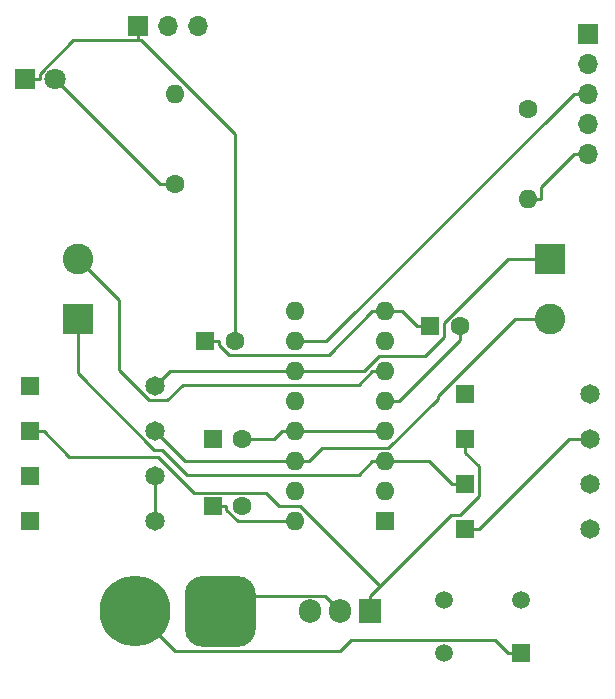
<source format=gbr>
%TF.GenerationSoftware,KiCad,Pcbnew,(5.1.10)-1*%
%TF.CreationDate,2021-11-08T05:29:07+05:30*%
%TF.ProjectId,Flipboard Final,466c6970-626f-4617-9264-2046696e616c,rev?*%
%TF.SameCoordinates,Original*%
%TF.FileFunction,Copper,L2,Bot*%
%TF.FilePolarity,Positive*%
%FSLAX46Y46*%
G04 Gerber Fmt 4.6, Leading zero omitted, Abs format (unit mm)*
G04 Created by KiCad (PCBNEW (5.1.10)-1) date 2021-11-08 05:29:07*
%MOMM*%
%LPD*%
G01*
G04 APERTURE LIST*
%TA.AperFunction,ComponentPad*%
%ADD10R,1.600000X1.600000*%
%TD*%
%TA.AperFunction,ComponentPad*%
%ADD11C,1.600000*%
%TD*%
%TA.AperFunction,ComponentPad*%
%ADD12R,1.800000X1.800000*%
%TD*%
%TA.AperFunction,ComponentPad*%
%ADD13C,1.800000*%
%TD*%
%TA.AperFunction,ComponentPad*%
%ADD14C,1.650000*%
%TD*%
%TA.AperFunction,ComponentPad*%
%ADD15R,1.650000X1.650000*%
%TD*%
%TA.AperFunction,ComponentPad*%
%ADD16C,6.000000*%
%TD*%
%TA.AperFunction,ComponentPad*%
%ADD17R,1.700000X1.700000*%
%TD*%
%TA.AperFunction,ComponentPad*%
%ADD18O,1.700000X1.700000*%
%TD*%
%TA.AperFunction,ComponentPad*%
%ADD19R,2.600000X2.600000*%
%TD*%
%TA.AperFunction,ComponentPad*%
%ADD20C,2.600000*%
%TD*%
%TA.AperFunction,ComponentPad*%
%ADD21O,1.600000X1.600000*%
%TD*%
%TA.AperFunction,ComponentPad*%
%ADD22R,1.498000X1.498000*%
%TD*%
%TA.AperFunction,ComponentPad*%
%ADD23C,1.498000*%
%TD*%
%TA.AperFunction,ComponentPad*%
%ADD24R,1.905000X2.000000*%
%TD*%
%TA.AperFunction,ComponentPad*%
%ADD25O,1.905000X2.000000*%
%TD*%
%TA.AperFunction,Conductor*%
%ADD26C,0.250000*%
%TD*%
G04 APERTURE END LIST*
D10*
%TO.P,C1,1*%
%TO.N,Net-(C1-Pad1)*%
X-78740000Y-17145000D03*
D11*
%TO.P,C1,2*%
%TO.N,Net-(C1-Pad2)*%
X-76240000Y-17145000D03*
%TD*%
%TO.P,C2,2*%
%TO.N,Net-(C1-Pad2)*%
X-95290000Y-18415000D03*
D10*
%TO.P,C2,1*%
%TO.N,Net-(C1-Pad1)*%
X-97790000Y-18415000D03*
%TD*%
%TO.P,C3,1*%
%TO.N,Net-(C3-Pad1)*%
X-97155000Y-26670000D03*
D11*
%TO.P,C3,2*%
%TO.N,Net-(C1-Pad2)*%
X-94655000Y-26670000D03*
%TD*%
%TO.P,C4,2*%
%TO.N,Net-(C1-Pad2)*%
X-94655000Y-32385000D03*
D10*
%TO.P,C4,1*%
%TO.N,Net-(C4-Pad1)*%
X-97155000Y-32385000D03*
%TD*%
D12*
%TO.P,D1,1*%
%TO.N,Net-(C1-Pad2)*%
X-113030000Y3810000D03*
D13*
%TO.P,D1,2*%
%TO.N,Net-(C3-Pad1)*%
X-110490000Y3810000D03*
%TD*%
D14*
%TO.P,D3,A*%
%TO.N,Net-(D3-PadA)*%
X-65185000Y-22860000D03*
D15*
%TO.P,D3,C*%
%TO.N,Net-(C1-Pad1)*%
X-75785000Y-22860000D03*
%TD*%
D14*
%TO.P,D5,A*%
%TO.N,Net-(C1-Pad2)*%
X-65185000Y-30480000D03*
D15*
%TO.P,D5,C*%
%TO.N,Net-(D3-PadA)*%
X-75785000Y-30480000D03*
%TD*%
%TO.P,D7,C*%
%TO.N,Net-(C1-Pad1)*%
X-75785000Y-26670000D03*
D14*
%TO.P,D7,A*%
%TO.N,Net-(D7-PadA)*%
X-65185000Y-26670000D03*
%TD*%
D15*
%TO.P,D9,C*%
%TO.N,Net-(D7-PadA)*%
X-75785000Y-34290000D03*
D14*
%TO.P,D9,A*%
%TO.N,Net-(C1-Pad2)*%
X-65185000Y-34290000D03*
%TD*%
%TO.P,D10,A*%
%TO.N,Net-(D10-PadA)*%
X-102015000Y-22225000D03*
D15*
%TO.P,D10,C*%
%TO.N,Net-(C1-Pad1)*%
X-112615000Y-22225000D03*
%TD*%
D14*
%TO.P,D11,A*%
%TO.N,Net-(C1-Pad2)*%
X-102015000Y-33655000D03*
D15*
%TO.P,D11,C*%
%TO.N,Net-(D10-PadA)*%
X-112615000Y-33655000D03*
%TD*%
%TO.P,D12,C*%
%TO.N,Net-(D12-PadC)*%
X-112615000Y-29845000D03*
D14*
%TO.P,D12,A*%
%TO.N,Net-(C1-Pad2)*%
X-102015000Y-29845000D03*
%TD*%
D15*
%TO.P,D13,C*%
%TO.N,Net-(C1-Pad1)*%
X-112615000Y-26035000D03*
D14*
%TO.P,D13,A*%
%TO.N,Net-(D12-PadC)*%
X-102015000Y-26035000D03*
%TD*%
D16*
%TO.P,J1,2*%
%TO.N,Net-(J1-Pad2)*%
X-103720000Y-41275000D03*
%TO.P,J1,1*%
%TO.N,Net-(C1-Pad2)*%
%TA.AperFunction,ComponentPad*%
G36*
G01*
X-93520000Y-39775000D02*
X-93520000Y-42775000D01*
G75*
G02*
X-95020000Y-44275000I-1500000J0D01*
G01*
X-98020000Y-44275000D01*
G75*
G02*
X-99520000Y-42775000I0J1500000D01*
G01*
X-99520000Y-39775000D01*
G75*
G02*
X-98020000Y-38275000I1500000J0D01*
G01*
X-95020000Y-38275000D01*
G75*
G02*
X-93520000Y-39775000I0J-1500000D01*
G01*
G37*
%TD.AperFunction*%
%TD*%
D17*
%TO.P,J2,1*%
%TO.N,Net-(C1-Pad2)*%
X-103505000Y8255000D03*
D18*
%TO.P,J2,2*%
%TO.N,Net-(C4-Pad1)*%
X-100965000Y8255000D03*
%TO.P,J2,3*%
%TO.N,Net-(J2-Pad3)*%
X-98425000Y8255000D03*
%TD*%
D19*
%TO.P,J3,1*%
%TO.N,Net-(D3-PadA)*%
X-108585000Y-16510000D03*
D20*
%TO.P,J3,2*%
%TO.N,Net-(D7-PadA)*%
X-108585000Y-11430000D03*
%TD*%
%TO.P,J4,2*%
%TO.N,Net-(D12-PadC)*%
X-68580000Y-16510000D03*
D19*
%TO.P,J4,1*%
%TO.N,Net-(D10-PadA)*%
X-68580000Y-11430000D03*
%TD*%
D17*
%TO.P,J5,1*%
%TO.N,Net-(J5-Pad1)*%
X-65405000Y7620000D03*
D18*
%TO.P,J5,2*%
%TO.N,Net-(J5-Pad2)*%
X-65405000Y5080000D03*
%TO.P,J5,3*%
%TO.N,Net-(J5-Pad3)*%
X-65405000Y2540000D03*
%TO.P,J5,4*%
%TO.N,Net-(J5-Pad4)*%
X-65405000Y0D03*
%TO.P,J5,5*%
%TO.N,Net-(C1-Pad2)*%
X-65405000Y-2540000D03*
%TD*%
D21*
%TO.P,R1,2*%
%TO.N,Net-(R1-Pad2)*%
X-100330000Y2540000D03*
D11*
%TO.P,R1,1*%
%TO.N,Net-(C3-Pad1)*%
X-100330000Y-5080000D03*
%TD*%
%TO.P,R2,1*%
%TO.N,Net-(R2-Pad1)*%
X-70485000Y1270000D03*
D21*
%TO.P,R2,2*%
%TO.N,Net-(C1-Pad2)*%
X-70485000Y-6350000D03*
%TD*%
D22*
%TO.P,S1,1*%
%TO.N,Net-(J1-Pad2)*%
X-71045000Y-44795000D03*
D23*
%TO.P,S1,3*%
%TO.N,Net-(C1-Pad1)*%
X-77545000Y-44795000D03*
%TO.P,S1,2*%
%TO.N,Net-(S1-Pad2)*%
X-71045000Y-40295000D03*
%TO.P,S1,4*%
%TO.N,Net-(S1-Pad4)*%
X-77545000Y-40295000D03*
%TD*%
D24*
%TO.P,U2,1*%
%TO.N,Net-(C1-Pad1)*%
X-83820000Y-41275000D03*
D25*
%TO.P,U2,2*%
%TO.N,Net-(C1-Pad2)*%
X-86360000Y-41275000D03*
%TO.P,U2,3*%
%TO.N,Net-(C4-Pad1)*%
X-88900000Y-41275000D03*
%TD*%
D10*
%TO.P,U3,1*%
%TO.N,Net-(U3-Pad1)*%
X-82550000Y-33655000D03*
D21*
%TO.P,U3,9*%
%TO.N,Net-(U3-Pad9)*%
X-90170000Y-15875000D03*
%TO.P,U3,2*%
%TO.N,Net-(U3-Pad2)*%
X-82550000Y-31115000D03*
%TO.P,U3,10*%
%TO.N,Net-(J5-Pad3)*%
X-90170000Y-18415000D03*
%TO.P,U3,3*%
%TO.N,Net-(D3-PadA)*%
X-82550000Y-28575000D03*
%TO.P,U3,11*%
%TO.N,Net-(D10-PadA)*%
X-90170000Y-20955000D03*
%TO.P,U3,4*%
%TO.N,Net-(C1-Pad2)*%
X-82550000Y-26035000D03*
%TO.P,U3,12*%
X-90170000Y-23495000D03*
%TO.P,U3,5*%
X-82550000Y-23495000D03*
%TO.P,U3,13*%
X-90170000Y-26035000D03*
%TO.P,U3,6*%
%TO.N,Net-(D7-PadA)*%
X-82550000Y-20955000D03*
%TO.P,U3,14*%
%TO.N,Net-(D12-PadC)*%
X-90170000Y-28575000D03*
%TO.P,U3,7*%
%TO.N,Net-(U3-Pad7)*%
X-82550000Y-18415000D03*
%TO.P,U3,15*%
%TO.N,Net-(U3-Pad15)*%
X-90170000Y-31115000D03*
%TO.P,U3,8*%
%TO.N,Net-(C1-Pad1)*%
X-82550000Y-15875000D03*
%TO.P,U3,16*%
%TO.N,Net-(C4-Pad1)*%
X-90170000Y-33655000D03*
%TD*%
D26*
%TO.N,Net-(C1-Pad1)*%
X-82550000Y-15875000D02*
X-83675300Y-15875000D01*
X-83011600Y-39141300D02*
X-83820000Y-39949700D01*
X-75785000Y-27820300D02*
X-74634600Y-28970700D01*
X-74634600Y-28970700D02*
X-74634600Y-31500700D01*
X-74634600Y-31500700D02*
X-76230300Y-33096400D01*
X-76230300Y-33096400D02*
X-76966700Y-33096400D01*
X-76966700Y-33096400D02*
X-83011600Y-39141300D01*
X-83011600Y-39141300D02*
X-89767900Y-32385000D01*
X-89767900Y-32385000D02*
X-91550700Y-32385000D01*
X-91550700Y-32385000D02*
X-92676100Y-31259600D01*
X-92676100Y-31259600D02*
X-98735500Y-31259600D01*
X-98735500Y-31259600D02*
X-101816800Y-28178300D01*
X-101816800Y-28178300D02*
X-109321400Y-28178300D01*
X-109321400Y-28178300D02*
X-111464700Y-26035000D01*
X-112615000Y-26035000D02*
X-111464700Y-26035000D01*
X-83820000Y-41275000D02*
X-83820000Y-39949700D01*
X-75785000Y-26670000D02*
X-75785000Y-27820300D01*
X-97790000Y-18415000D02*
X-96664700Y-18415000D01*
X-83675300Y-15875000D02*
X-87340600Y-19540300D01*
X-87340600Y-19540300D02*
X-95820800Y-19540300D01*
X-95820800Y-19540300D02*
X-96664700Y-18696400D01*
X-96664700Y-18696400D02*
X-96664700Y-18415000D01*
X-79865300Y-17145000D02*
X-81135300Y-15875000D01*
X-81135300Y-15875000D02*
X-82550000Y-15875000D01*
X-78740000Y-17145000D02*
X-79865300Y-17145000D01*
%TO.N,Net-(C1-Pad2)*%
X-82550000Y-23495000D02*
X-81424700Y-23495000D01*
X-76240000Y-17145000D02*
X-76240000Y-18310300D01*
X-76240000Y-18310300D02*
X-81424700Y-23495000D01*
X-113030000Y3810000D02*
X-111804700Y3810000D01*
X-111804700Y3810000D02*
X-111804700Y4269500D01*
X-111804700Y4269500D02*
X-108994500Y7079700D01*
X-108994500Y7079700D02*
X-103505000Y7079700D01*
X-103505000Y8255000D02*
X-103505000Y7079700D01*
X-95290000Y-18415000D02*
X-95290000Y-841500D01*
X-95290000Y-841500D02*
X-103211200Y7079700D01*
X-103211200Y7079700D02*
X-103505000Y7079700D01*
X-102015000Y-29845000D02*
X-102015000Y-33655000D01*
X-96520000Y-41275000D02*
X-95192300Y-39947300D01*
X-95192300Y-39947300D02*
X-87687700Y-39947300D01*
X-87687700Y-39947300D02*
X-86360000Y-41275000D01*
X-90170000Y-26035000D02*
X-91295300Y-26035000D01*
X-94655000Y-26670000D02*
X-91930300Y-26670000D01*
X-91930300Y-26670000D02*
X-91295300Y-26035000D01*
X-70485000Y-6350000D02*
X-69359700Y-6350000D01*
X-65405000Y-2540000D02*
X-66580300Y-2540000D01*
X-69359700Y-6350000D02*
X-69359700Y-5319400D01*
X-69359700Y-5319400D02*
X-66580300Y-2540000D01*
X-82550000Y-26035000D02*
X-90170000Y-26035000D01*
%TO.N,Net-(C3-Pad1)*%
X-100330000Y-5080000D02*
X-101600000Y-5080000D01*
X-101600000Y-5080000D02*
X-110490000Y3810000D01*
%TO.N,Net-(C4-Pad1)*%
X-97155000Y-32385000D02*
X-96029700Y-32385000D01*
X-90170000Y-33655000D02*
X-95041000Y-33655000D01*
X-95041000Y-33655000D02*
X-96029700Y-32666300D01*
X-96029700Y-32666300D02*
X-96029700Y-32385000D01*
%TO.N,Net-(D3-PadA)*%
X-83675300Y-28575000D02*
X-84800800Y-29700500D01*
X-84800800Y-29700500D02*
X-99339400Y-29700500D01*
X-99339400Y-29700500D02*
X-101471200Y-27568700D01*
X-101471200Y-27568700D02*
X-102108100Y-27568700D01*
X-102108100Y-27568700D02*
X-108585000Y-21091800D01*
X-108585000Y-21091800D02*
X-108585000Y-16510000D01*
X-82550000Y-28575000D02*
X-83675300Y-28575000D01*
X-82550000Y-28575000D02*
X-78840300Y-28575000D01*
X-78840300Y-28575000D02*
X-76935300Y-30480000D01*
X-75785000Y-30480000D02*
X-76935300Y-30480000D01*
%TO.N,Net-(D7-PadA)*%
X-82550000Y-20955000D02*
X-83675300Y-20955000D01*
X-83675300Y-20955000D02*
X-84800600Y-22080300D01*
X-84800600Y-22080300D02*
X-99687200Y-22080300D01*
X-99687200Y-22080300D02*
X-100994800Y-23387900D01*
X-100994800Y-23387900D02*
X-102537200Y-23387900D01*
X-102537200Y-23387900D02*
X-105130400Y-20794700D01*
X-105130400Y-20794700D02*
X-105130400Y-14884600D01*
X-105130400Y-14884600D02*
X-108585000Y-11430000D01*
X-75785000Y-34290000D02*
X-74634700Y-34290000D01*
X-74634700Y-34290000D02*
X-67014700Y-26670000D01*
X-67014700Y-26670000D02*
X-65185000Y-26670000D01*
%TO.N,Net-(D10-PadA)*%
X-90170000Y-20955000D02*
X-84350200Y-20955000D01*
X-84350200Y-20955000D02*
X-83080200Y-19685000D01*
X-83080200Y-19685000D02*
X-79168800Y-19685000D01*
X-79168800Y-19685000D02*
X-77556000Y-18072200D01*
X-77556000Y-18072200D02*
X-77556000Y-16839600D01*
X-77556000Y-16839600D02*
X-72146400Y-11430000D01*
X-72146400Y-11430000D02*
X-68580000Y-11430000D01*
X-102015000Y-22225000D02*
X-100745000Y-20955000D01*
X-100745000Y-20955000D02*
X-90170000Y-20955000D01*
%TO.N,Net-(D12-PadC)*%
X-90170000Y-28575000D02*
X-89044700Y-28575000D01*
X-89044700Y-28575000D02*
X-87919400Y-27449700D01*
X-87919400Y-27449700D02*
X-82326900Y-27449700D01*
X-82326900Y-27449700D02*
X-78128200Y-23251000D01*
X-78128200Y-23251000D02*
X-78128200Y-23058200D01*
X-78128200Y-23058200D02*
X-71580000Y-16510000D01*
X-71580000Y-16510000D02*
X-68580000Y-16510000D01*
X-102015000Y-26035000D02*
X-99475000Y-28575000D01*
X-99475000Y-28575000D02*
X-90170000Y-28575000D01*
%TO.N,Net-(J1-Pad2)*%
X-71045000Y-44795000D02*
X-72119300Y-44795000D01*
X-72119300Y-44795000D02*
X-73242900Y-43671400D01*
X-73242900Y-43671400D02*
X-85435900Y-43671400D01*
X-85435900Y-43671400D02*
X-86391900Y-44627400D01*
X-86391900Y-44627400D02*
X-100367600Y-44627400D01*
X-100367600Y-44627400D02*
X-103720000Y-41275000D01*
%TO.N,Net-(J5-Pad3)*%
X-90170000Y-18415000D02*
X-89044700Y-18415000D01*
X-65405000Y2540000D02*
X-66580300Y2540000D01*
X-66580300Y2540000D02*
X-87535300Y-18415000D01*
X-87535300Y-18415000D02*
X-89044700Y-18415000D01*
%TD*%
M02*

</source>
